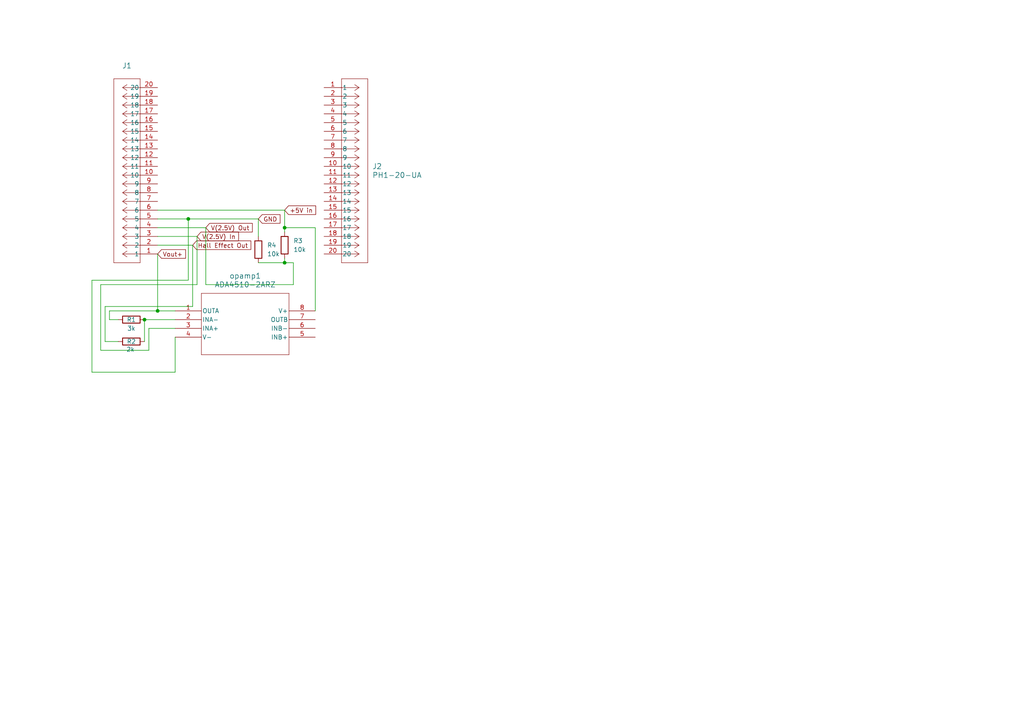
<source format=kicad_sch>
(kicad_sch (version 20250114) (generator "eeschema") (generator_version "9.0")
  (paper "A4")
  (lib_symbols
    (symbol "20 pins:PH1-20-UA" (pin_names (offset 0.254))
      (property "Reference" "J" (at 8.89 6.35 0))
      (property "Value" "PH1-20-UA" (at 0 0 0))
      (symbol "PH1-20-UA_1_1"
        (polyline (pts (xy 5.08 2.54) (xy 5.08 -50.8)) (stroke (width 0.127)))
        (polyline (pts (xy 5.08 -50.8) (xy 12.7 -50.8)) (stroke (width 0.127)))
        (polyline (pts (xy 10.16 0) (xy 5.08 0)) (stroke (width 0.127)))
        (polyline (pts (xy 10.16 0) (xy 8.89 0.8467)) (stroke (width 0.127)))
        (polyline (pts (xy 10.16 0) (xy 8.89 -0.8467)) (stroke (width 0.127)))
        (polyline (pts (xy 10.16 -2.54) (xy 5.08 -2.54)) (stroke (width 0.127)))
        (polyline (pts (xy 10.16 -2.54) (xy 8.89 -1.6933)) (stroke (width 0.127)))
        (polyline (pts (xy 10.16 -2.54) (xy 8.89 -3.3867)) (stroke (width 0.127)))
        (polyline (pts (xy 10.16 -5.08) (xy 5.08 -5.08)) (stroke (width 0.127)))
        (polyline (pts (xy 10.16 -5.08) (xy 8.89 -4.2333)) (stroke (width 0.127)))
        (polyline (pts (xy 10.16 -5.08) (xy 8.89 -5.9267)) (stroke (width 0.127)))
        (polyline (pts (xy 10.16 -7.62) (xy 5.08 -7.62)) (stroke (width 0.127)))
        (polyline (pts (xy 10.16 -7.62) (xy 8.89 -6.7733)) (stroke (width 0.127)))
        (polyline (pts (xy 10.16 -7.62) (xy 8.89 -8.4667)) (stroke (width 0.127)))
        (polyline (pts (xy 10.16 -10.16) (xy 5.08 -10.16)) (stroke (width 0.127)))
        (polyline (pts (xy 10.16 -10.16) (xy 8.89 -9.3133)) (stroke (width 0.127)))
        (polyline (pts (xy 10.16 -10.16) (xy 8.89 -11.0067)) (stroke (width 0.127)))
        (polyline (pts (xy 10.16 -12.7) (xy 5.08 -12.7)) (stroke (width 0.127)))
        (polyline (pts (xy 10.16 -12.7) (xy 8.89 -11.8533)) (stroke (width 0.127)))
        (polyline (pts (xy 10.16 -12.7) (xy 8.89 -13.5467)) (stroke (width 0.127)))
        (polyline (pts (xy 10.16 -15.24) (xy 5.08 -15.24)) (stroke (width 0.127)))
        (polyline (pts (xy 10.16 -15.24) (xy 8.89 -14.3933)) (stroke (width 0.127)))
        (polyline (pts (xy 10.16 -15.24) (xy 8.89 -16.0867)) (stroke (width 0.127)))
        (polyline (pts (xy 10.16 -17.78) (xy 5.08 -17.78)) (stroke (width 0.127)))
        (polyline (pts (xy 10.16 -17.78) (xy 8.89 -16.9333)) (stroke (width 0.127)))
        (polyline (pts (xy 10.16 -17.78) (xy 8.89 -18.6267)) (stroke (width 0.127)))
        (polyline (pts (xy 10.16 -20.32) (xy 5.08 -20.32)) (stroke (width 0.127)))
        (polyline (pts (xy 10.16 -20.32) (xy 8.89 -19.4733)) (stroke (width 0.127)))
        (polyline (pts (xy 10.16 -20.32) (xy 8.89 -21.1667)) (stroke (width 0.127)))
        (polyline (pts (xy 10.16 -22.86) (xy 5.08 -22.86)) (stroke (width 0.127)))
        (polyline (pts (xy 10.16 -22.86) (xy 8.89 -22.0133)) (stroke (width 0.127)))
        (polyline (pts (xy 10.16 -22.86) (xy 8.89 -23.7067)) (stroke (width 0.127)))
        (polyline (pts (xy 10.16 -25.4) (xy 5.08 -25.4)) (stroke (width 0.127)))
        (polyline (pts (xy 10.16 -25.4) (xy 8.89 -24.5533)) (stroke (width 0.127)))
        (polyline (pts (xy 10.16 -25.4) (xy 8.89 -26.2467)) (stroke (width 0.127)))
        (polyline (pts (xy 10.16 -27.94) (xy 5.08 -27.94)) (stroke (width 0.127)))
        (polyline (pts (xy 10.16 -27.94) (xy 8.89 -27.0933)) (stroke (width 0.127)))
        (polyline (pts (xy 10.16 -27.94) (xy 8.89 -28.7867)) (stroke (width 0.127)))
        (polyline (pts (xy 10.16 -30.48) (xy 5.08 -30.48)) (stroke (width 0.127)))
        (polyline (pts (xy 10.16 -30.48) (xy 8.89 -29.6333)) (stroke (width 0.127)))
        (polyline (pts (xy 10.16 -30.48) (xy 8.89 -31.3267)) (stroke (width 0.127)))
        (polyline (pts (xy 10.16 -33.02) (xy 5.08 -33.02)) (stroke (width 0.127)))
        (polyline (pts (xy 10.16 -33.02) (xy 8.89 -32.1733)) (stroke (width 0.127)))
        (polyline (pts (xy 10.16 -33.02) (xy 8.89 -33.8667)) (stroke (width 0.127)))
        (polyline (pts (xy 10.16 -35.56) (xy 5.08 -35.56)) (stroke (width 0.127)))
        (polyline (pts (xy 10.16 -35.56) (xy 8.89 -34.7133)) (stroke (width 0.127)))
        (polyline (pts (xy 10.16 -35.56) (xy 8.89 -36.4067)) (stroke (width 0.127)))
        (polyline (pts (xy 10.16 -38.1) (xy 5.08 -38.1)) (stroke (width 0.127)))
        (polyline (pts (xy 10.16 -38.1) (xy 8.89 -37.2533)) (stroke (width 0.127)))
        (polyline (pts (xy 10.16 -38.1) (xy 8.89 -38.9467)) (stroke (width 0.127)))
        (polyline (pts (xy 10.16 -40.64) (xy 5.08 -40.64)) (stroke (width 0.127)))
        (polyline (pts (xy 10.16 -40.64) (xy 8.89 -39.7933)) (stroke (width 0.127)))
        (polyline (pts (xy 10.16 -40.64) (xy 8.89 -41.4867)) (stroke (width 0.127)))
        (polyline (pts (xy 10.16 -43.18) (xy 5.08 -43.18)) (stroke (width 0.127)))
        (polyline (pts (xy 10.16 -43.18) (xy 8.89 -42.3333)) (stroke (width 0.127)))
        (polyline (pts (xy 10.16 -43.18) (xy 8.89 -44.0267)) (stroke (width 0.127)))
        (polyline (pts (xy 10.16 -45.72) (xy 5.08 -45.72)) (stroke (width 0.127)))
        (polyline (pts (xy 10.16 -45.72) (xy 8.89 -44.8733)) (stroke (width 0.127)))
        (polyline (pts (xy 10.16 -45.72) (xy 8.89 -46.5667)) (stroke (width 0.127)))
        (polyline (pts (xy 10.16 -48.26) (xy 5.08 -48.26)) (stroke (width 0.127)))
        (polyline (pts (xy 10.16 -48.26) (xy 8.89 -47.4133)) (stroke (width 0.127)))
        (polyline (pts (xy 10.16 -48.26) (xy 8.89 -49.1067)) (stroke (width 0.127)))
        (polyline (pts (xy 12.7 2.54) (xy 5.08 2.54)) (stroke (width 0.127)))
        (polyline (pts (xy 12.7 -50.8) (xy 12.7 2.54)) (stroke (width 0.127)))
        (pin unspecified line (at 0 0 0) (length 5.08) (name "1") (number "1"))
        (pin unspecified line (at 0 -2.54 0) (length 5.08) (name "2") (number "2"))
        (pin unspecified line (at 0 -5.08 0) (length 5.08) (name "3") (number "3"))
        (pin unspecified line (at 0 -7.62 0) (length 5.08) (name "4") (number "4"))
        (pin unspecified line (at 0 -10.16 0) (length 5.08) (name "5") (number "5"))
        (pin unspecified line (at 0 -12.7 0) (length 5.08) (name "6") (number "6"))
        (pin unspecified line (at 0 -15.24 0) (length 5.08) (name "7") (number "7"))
        (pin unspecified line (at 0 -17.78 0) (length 5.08) (name "8") (number "8"))
        (pin unspecified line (at 0 -20.32 0) (length 5.08) (name "9") (number "9"))
        (pin unspecified line (at 0 -22.86 0) (length 5.08) (name "10") (number "10"))
        (pin unspecified line (at 0 -25.4 0) (length 5.08) (name "11") (number "11"))
        (pin unspecified line (at 0 -27.94 0) (length 5.08) (name "12") (number "12"))
        (pin unspecified line (at 0 -30.48 0) (length 5.08) (name "13") (number "13"))
        (pin unspecified line (at 0 -33.02 0) (length 5.08) (name "14") (number "14"))
        (pin unspecified line (at 0 -35.56 0) (length 5.08) (name "15") (number "15"))
        (pin unspecified line (at 0 -38.1 0) (length 5.08) (name "16") (number "16"))
        (pin unspecified line (at 0 -40.64 0) (length 5.08) (name "17") (number "17"))
        (pin unspecified line (at 0 -43.18 0) (length 5.08) (name "18") (number "18"))
        (pin unspecified line (at 0 -45.72 0) (length 5.08) (name "19") (number "19"))
        (pin unspecified line (at 0 -48.26 0) (length 5.08) (name "20") (number "20"))
      )
      (symbol "PH1-20-UA_1_2"
        (polyline (pts (xy 5.08 2.54) (xy 5.08 -50.8)) (stroke (width 0.127)))
        (polyline (pts (xy 5.08 -50.8) (xy 12.7 -50.8)) (stroke (width 0.127)))
        (polyline (pts (xy 7.62 0) (xy 5.08 0)) (stroke (width 0.127)))
        (polyline (pts (xy 7.62 0) (xy 8.89 0.8467)) (stroke (width 0.127)))
        (polyline (pts (xy 7.62 0) (xy 8.89 -0.8467)) (stroke (width 0.127)))
        (polyline (pts (xy 7.62 -2.54) (xy 5.08 -2.54)) (stroke (width 0.127)))
        (polyline (pts (xy 7.62 -2.54) (xy 8.89 -1.6933)) (stroke (width 0.127)))
        (polyline (pts (xy 7.62 -2.54) (xy 8.89 -3.3867)) (stroke (width 0.127)))
        (polyline (pts (xy 7.62 -5.08) (xy 5.08 -5.08)) (stroke (width 0.127)))
        (polyline (pts (xy 7.62 -5.08) (xy 8.89 -4.2333)) (stroke (width 0.127)))
        (polyline (pts (xy 7.62 -5.08) (xy 8.89 -5.9267)) (stroke (width 0.127)))
        (polyline (pts (xy 7.62 -7.62) (xy 5.08 -7.62)) (stroke (width 0.127)))
        (polyline (pts (xy 7.62 -7.62) (xy 8.89 -6.7733)) (stroke (width 0.127)))
        (polyline (pts (xy 7.62 -7.62) (xy 8.89 -8.4667)) (stroke (width 0.127)))
        (polyline (pts (xy 7.62 -10.16) (xy 5.08 -10.16)) (stroke (width 0.127)))
        (polyline (pts (xy 7.62 -10.16) (xy 8.89 -9.3133)) (stroke (width 0.127)))
        (polyline (pts (xy 7.62 -10.16) (xy 8.89 -11.0067)) (stroke (width 0.127)))
        (polyline (pts (xy 7.62 -12.7) (xy 5.08 -12.7)) (stroke (width 0.127)))
        (polyline (pts (xy 7.62 -12.7) (xy 8.89 -11.8533)) (stroke (width 0.127)))
        (polyline (pts (xy 7.62 -12.7) (xy 8.89 -13.5467)) (stroke (width 0.127)))
        (polyline (pts (xy 7.62 -15.24) (xy 5.08 -15.24)) (stroke (width 0.127)))
        (polyline (pts (xy 7.62 -15.24) (xy 8.89 -14.3933)) (stroke (width 0.127)))
        (polyline (pts (xy 7.62 -15.24) (xy 8.89 -16.0867)) (stroke (width 0.127)))
        (polyline (pts (xy 7.62 -17.78) (xy 5.08 -17.78)) (stroke (width 0.127)))
        (polyline (pts (xy 7.62 -17.78) (xy 8.89 -16.9333)) (stroke (width 0.127)))
        (polyline (pts (xy 7.62 -17.78) (xy 8.89 -18.6267)) (stroke (width 0.127)))
        (polyline (pts (xy 7.62 -20.32) (xy 5.08 -20.32)) (stroke (width 0.127)))
        (polyline (pts (xy 7.62 -20.32) (xy 8.89 -19.4733)) (stroke (width 0.127)))
        (polyline (pts (xy 7.62 -20.32) (xy 8.89 -21.1667)) (stroke (width 0.127)))
        (polyline (pts (xy 7.62 -22.86) (xy 5.08 -22.86)) (stroke (width 0.127)))
        (polyline (pts (xy 7.62 -22.86) (xy 8.89 -22.0133)) (stroke (width 0.127)))
        (polyline (pts (xy 7.62 -22.86) (xy 8.89 -23.7067)) (stroke (width 0.127)))
        (polyline (pts (xy 7.62 -25.4) (xy 5.08 -25.4)) (stroke (width 0.127)))
        (polyline (pts (xy 7.62 -25.4) (xy 8.89 -24.5533)) (stroke (width 0.127)))
        (polyline (pts (xy 7.62 -25.4) (xy 8.89 -26.2467)) (stroke (width 0.127)))
        (polyline (pts (xy 7.62 -27.94) (xy 5.08 -27.94)) (stroke (width 0.127)))
        (polyline (pts (xy 7.62 -27.94) (xy 8.89 -27.0933)) (stroke (width 0.127)))
        (polyline (pts (xy 7.62 -27.94) (xy 8.89 -28.7867)) (stroke (width 0.127)))
        (polyline (pts (xy 7.62 -30.48) (xy 5.08 -30.48)) (stroke (width 0.127)))
        (polyline (pts (xy 7.62 -30.48) (xy 8.89 -29.6333)) (stroke (width 0.127)))
        (polyline (pts (xy 7.62 -30.48) (xy 8.89 -31.3267)) (stroke (width 0.127)))
        (polyline (pts (xy 7.62 -33.02) (xy 5.08 -33.02)) (stroke (width 0.127)))
        (polyline (pts (xy 7.62 -33.02) (xy 8.89 -32.1733)) (stroke (width 0.127)))
        (polyline (pts (xy 7.62 -33.02) (xy 8.89 -33.8667)) (stroke (width 0.127)))
        (polyline (pts (xy 7.62 -35.56) (xy 5.08 -35.56)) (stroke (width 0.127)))
        (polyline (pts (xy 7.62 -35.56) (xy 8.89 -34.7133)) (stroke (width 0.127)))
        (polyline (pts (xy 7.62 -35.56) (xy 8.89 -36.4067)) (stroke (width 0.127)))
        (polyline (pts (xy 7.62 -38.1) (xy 5.08 -38.1)) (stroke (width 0.127)))
        (polyline (pts (xy 7.62 -38.1) (xy 8.89 -37.2533)) (stroke (width 0.127)))
        (polyline (pts (xy 7.62 -38.1) (xy 8.89 -38.9467)) (stroke (width 0.127)))
        (polyline (pts (xy 7.62 -40.64) (xy 5.08 -40.64)) (stroke (width 0.127)))
        (polyline (pts (xy 7.62 -40.64) (xy 8.89 -39.7933)) (stroke (width 0.127)))
        (polyline (pts (xy 7.62 -40.64) (xy 8.89 -41.4867)) (stroke (width 0.127)))
        (polyline (pts (xy 7.62 -43.18) (xy 5.08 -43.18)) (stroke (width 0.127)))
        (polyline (pts (xy 7.62 -43.18) (xy 8.89 -42.3333)) (stroke (width 0.127)))
        (polyline (pts (xy 7.62 -43.18) (xy 8.89 -44.0267)) (stroke (width 0.127)))
        (polyline (pts (xy 7.62 -45.72) (xy 5.08 -45.72)) (stroke (width 0.127)))
        (polyline (pts (xy 7.62 -45.72) (xy 8.89 -44.8733)) (stroke (width 0.127)))
        (polyline (pts (xy 7.62 -45.72) (xy 8.89 -46.5667)) (stroke (width 0.127)))
        (polyline (pts (xy 7.62 -48.26) (xy 5.08 -48.26)) (stroke (width 0.127)))
        (polyline (pts (xy 7.62 -48.26) (xy 8.89 -47.4133)) (stroke (width 0.127)))
        (polyline (pts (xy 7.62 -48.26) (xy 8.89 -49.1067)) (stroke (width 0.127)))
        (polyline (pts (xy 12.7 2.54) (xy 5.08 2.54)) (stroke (width 0.127)))
        (polyline (pts (xy 12.7 -50.8) (xy 12.7 2.54)) (stroke (width 0.127)))
        (pin unspecified line (at 0 0 0) (length 5.08) (name "1") (number "1"))
        (pin unspecified line (at 0 -2.54 0) (length 5.08) (name "2") (number "2"))
        (pin unspecified line (at 0 -5.08 0) (length 5.08) (name "3") (number "3"))
        (pin unspecified line (at 0 -7.62 0) (length 5.08) (name "4") (number "4"))
        (pin unspecified line (at 0 -10.16 0) (length 5.08) (name "5") (number "5"))
        (pin unspecified line (at 0 -12.7 0) (length 5.08) (name "6") (number "6"))
        (pin unspecified line (at 0 -15.24 0) (length 5.08) (name "7") (number "7"))
        (pin unspecified line (at 0 -17.78 0) (length 5.08) (name "8") (number "8"))
        (pin unspecified line (at 0 -20.32 0) (length 5.08) (name "9") (number "9"))
        (pin unspecified line (at 0 -22.86 0) (length 5.08) (name "10") (number "10"))
        (pin unspecified line (at 0 -25.4 0) (length 5.08) (name "11") (number "11"))
        (pin unspecified line (at 0 -27.94 0) (length 5.08) (name "12") (number "12"))
        (pin unspecified line (at 0 -30.48 0) (length 5.08) (name "13") (number "13"))
        (pin unspecified line (at 0 -33.02 0) (length 5.08) (name "14") (number "14"))
        (pin unspecified line (at 0 -35.56 0) (length 5.08) (name "15") (number "15"))
        (pin unspecified line (at 0 -38.1 0) (length 5.08) (name "16") (number "16"))
        (pin unspecified line (at 0 -40.64 0) (length 5.08) (name "17") (number "17"))
        (pin unspecified line (at 0 -43.18 0) (length 5.08) (name "18") (number "18"))
        (pin unspecified line (at 0 -45.72 0) (length 5.08) (name "19") (number "19"))
        (pin unspecified line (at 0 -48.26 0) (length 5.08) (name "20") (number "20"))
      )
    )
    (symbol "Device:R" (pin_numbers (hide yes)) (pin_names (offset 0))
      (property "Reference" "R" (at 2.032 0 90))
      (property "Value" "R" (at 0 0 90))
      (symbol "R_0_1"
        (rectangle (start -1.016 -2.54) (end 1.016 2.54) (stroke (width 0.254)))
      )
      (symbol "R_1_1"
        (pin passive line (at 0 3.81 270) (length 1.27) (name "~") (number "1"))
        (pin passive line (at 0 -3.81 90) (length 1.27) (name "~") (number "2"))
      )
    )
    (symbol "Project-Syms:ADA4510-2ARZ" (pin_names (offset 0.254))
      (property "Reference" "U" (at 20.32 10.16 0))
      (property "Value" "ADA4510-2ARZ" (at 20.32 7.62 0))
      (symbol "ADA4510-2ARZ_0_1"
        (polyline (pts (xy 7.62 5.08) (xy 7.62 -12.7)) (stroke (width 0.127)))
        (polyline (pts (xy 7.62 -12.7) (xy 33.02 -12.7)) (stroke (width 0.127)))
        (polyline (pts (xy 33.02 5.08) (xy 7.62 5.08)) (stroke (width 0.127)))
        (polyline (pts (xy 33.02 -12.7) (xy 33.02 5.08)) (stroke (width 0.127)))
        (pin output line (at 0 0 0) (length 7.62) (name "OUTA") (number "1"))
        (pin input line (at 0 -2.54 0) (length 7.62) (name "INA-") (number "2"))
        (pin input line (at 0 -5.08 0) (length 7.62) (name "INA+") (number "3"))
        (pin power_in line (at 0 -7.62 0) (length 7.62) (name "V-") (number "4"))
        (pin power_in line (at 40.64 0 180) (length 7.62) (name "V+") (number "8"))
        (pin output line (at 40.64 -2.54 180) (length 7.62) (name "OUTB") (number "7"))
        (pin input line (at 40.64 -5.08 180) (length 7.62) (name "INB-") (number "6"))
        (pin input line (at 40.64 -7.62 180) (length 7.62) (name "INB+") (number "5"))
      )
    )
  )
  (junction (at 45.72 90.17))
  (junction (at 54.61 63.5))
  (junction (at 41.91 92.71))
  (junction (at 82.55 76.2))
  (junction (at 82.55 66.04))
  (wire (pts (xy 50.8 97.79) (xy 50.8 107.95)))
  (wire (pts (xy 57.15 82.55) (xy 29.21 82.55)))
  (wire (pts (xy 54.61 81.28) (xy 26.67 81.28)))
  (wire (pts (xy 82.55 66.04) (xy 82.55 67.31)))
  (wire (pts (xy 45.72 73.66) (xy 45.72 90.17)))
  (wire (pts (xy 30.48 88.9) (xy 55.88 88.9)))
  (wire (pts (xy 82.55 76.2) (xy 85.09 76.2)))
  (wire (pts (xy 85.09 82.55) (xy 59.69 82.55)))
  (wire (pts (xy 55.88 71.12) (xy 45.72 71.12)))
  (wire (pts (xy 45.72 63.5) (xy 54.61 63.5)))
  (wire (pts (xy 91.44 66.04) (xy 91.44 90.17)))
  (wire (pts (xy 43.18 95.25) (xy 50.8 95.25)))
  (wire (pts (xy 43.18 101.6) (xy 29.21 101.6)))
  (wire (pts (xy 82.55 60.96) (xy 82.55 66.04)))
  (wire (pts (xy 45.72 90.17) (xy 50.8 90.17)))
  (wire (pts (xy 31.75 92.71) (xy 34.29 92.71)))
  (wire (pts (xy 85.09 76.2) (xy 85.09 82.55)))
  (wire (pts (xy 26.67 81.28) (xy 26.67 107.95)))
  (wire (pts (xy 54.61 63.5) (xy 54.61 81.28)))
  (wire (pts (xy 43.18 95.25) (xy 43.18 101.6)))
  (wire (pts (xy 45.72 66.04) (xy 59.69 66.04)))
  (wire (pts (xy 54.61 63.5) (xy 74.93 63.5)))
  (wire (pts (xy 45.72 60.96) (xy 82.55 60.96)))
  (wire (pts (xy 74.93 63.5) (xy 74.93 68.58)))
  (wire (pts (xy 41.91 92.71) (xy 50.8 92.71)))
  (wire (pts (xy 29.21 82.55) (xy 29.21 101.6)))
  (wire (pts (xy 30.48 99.06) (xy 30.48 88.9)))
  (wire (pts (xy 57.15 68.58) (xy 45.72 68.58)))
  (wire (pts (xy 34.29 99.06) (xy 30.48 99.06)))
  (wire (pts (xy 26.67 107.95) (xy 50.8 107.95)))
  (wire (pts (xy 41.91 92.71) (xy 41.91 99.06)))
  (wire (pts (xy 57.15 82.55) (xy 57.15 68.58)))
  (wire (pts (xy 82.55 66.04) (xy 91.44 66.04)))
  (wire (pts (xy 82.55 76.2) (xy 82.55 74.93)))
  (wire (pts (xy 59.69 82.55) (xy 59.69 66.04)))
  (wire (pts (xy 55.88 71.12) (xy 55.88 88.9)))
  (wire (pts (xy 31.75 90.17) (xy 31.75 92.71)))
  (wire (pts (xy 31.75 90.17) (xy 45.72 90.17)))
  (wire (pts (xy 74.93 76.2) (xy 82.55 76.2)))
  (global_label "GND" (shape input) (at 74.93 63.5 0) (property "Intersheetrefs" "${INTERSHEET_REFS}" (effects (hide yes))))
  (global_label "Hall Effect Out" (shape input) (at 55.88 71.12 0) (property "Intersheetrefs" "${INTERSHEET_REFS}" (effects (hide yes))))
  (global_label "+5V in" (shape input) (at 82.55 60.96 0) (property "Intersheetrefs" "${INTERSHEET_REFS}" (effects (hide yes))))
  (global_label "V(2.5V) Out" (shape input) (at 59.69 66.04 0) (property "Intersheetrefs" "${INTERSHEET_REFS}" (effects (hide yes))))
  (global_label "Vout+" (shape input) (at 45.72 73.66 0) (property "Intersheetrefs" "${INTERSHEET_REFS}" (effects (hide yes))))
  (global_label "V(2.5V) In" (shape input) (at 57.15 68.58 0) (property "Intersheetrefs" "${INTERSHEET_REFS}" (effects (hide yes))))
  (symbol (lib_id "20 pins:PH1-20-UA") (at 45.72 73.66 180) (unit 1)
    (property "Reference" "J1" (at 36.83 19.05 0) (effects (font (size 1.524 1.524))))
    (property "Value" "PH1-20-UA" (effects (hide yes)))
    (property "Footprint" "Connector_PinHeader_2.54mm:PinHeader_1x20_P2.54mm_Vertical" (effects (hide yes)))
    (property "Datasheet" "https://app.adam-tech.com/products/download/data_sheet/201605/ph1-xx-ua-data-sheet.pdf" (effects (hide yes)))
  )
  (symbol (lib_id "Device:R") (at 38.1 92.71 90) (unit 1)
    (property "Reference" "R1" (at 38.1 92.71 90))
    (property "Value" "3k" (at 38.1 95.25 90))
    (property "Footprint" "Resistor_THT:R_Axial_DIN0207_L6.3mm_D2.5mm_P10.16mm_Horizontal" (effects (hide yes)))
    (property "Description" "Resistor" (effects (hide yes)))
  )
  (symbol (lib_id "Device:R") (at 82.55 71.12 180) (unit 1)
    (property "Reference" "R3" (at 85.09 69.8499 0) (effects (justify right)))
    (property "Value" "10k" (at 85.09 72.3899 0) (effects (justify right)))
    (property "Footprint" "Resistor_THT:R_Axial_DIN0207_L6.3mm_D2.5mm_P10.16mm_Horizontal" (effects (hide yes)))
    (property "Description" "Resistor" (effects (hide yes)))
  )
  (symbol (lib_id "20 pins:PH1-20-UA") (at 93.98 25.4 0) (unit 1)
    (property "Reference" "J2" (at 107.95 48.2599 0) (effects (font (size 1.524 1.524)) (justify left)))
    (property "Value" "PH1-20-UA" (at 107.95 50.7999 0) (effects (font (size 1.524 1.524)) (justify left)))
    (property "Footprint" "Connector_PinHeader_2.54mm:PinHeader_1x20_P2.54mm_Vertical" (effects (hide yes)))
    (property "Datasheet" "https://app.adam-tech.com/products/download/data_sheet/201605/ph1-xx-ua-data-sheet.pdf" (effects (hide yes)))
  )
  (symbol (lib_id "Device:R") (at 38.1 99.06 90) (unit 1)
    (property "Reference" "R2" (at 38.1 99.06 90))
    (property "Value" "2k" (at 37.846 101.346 90))
    (property "Footprint" "Resistor_THT:R_Axial_DIN0207_L6.3mm_D2.5mm_P10.16mm_Horizontal" (effects (hide yes)))
    (property "Description" "Resistor" (effects (hide yes)))
  )
  (symbol (lib_id "Device:R") (at 74.93 72.39 0) (unit 1)
    (property "Reference" "R4" (at 77.47 71.1199 0) (effects (justify left)))
    (property "Value" "10k" (at 77.47 73.6599 0) (effects (justify left)))
    (property "Footprint" "Resistor_THT:R_Axial_DIN0207_L6.3mm_D2.5mm_P10.16mm_Horizontal" (effects (hide yes)))
    (property "Description" "Resistor" (effects (hide yes)))
  )
  (symbol (lib_id "Project-Syms:ADA4510-2ARZ") (at 50.8 90.17 0) (unit 1)
    (property "Reference" "opamp1" (at 71.12 80.01 0) (effects (font (size 1.524 1.524))))
    (property "Value" "ADA4510-2ARZ" (at 71.12 82.55 0) (effects (font (size 1.524 1.524))))
    (property "Footprint" "R-8_ADI" (effects (hide yes)))
    (property "Datasheet" "ADA4510-2ARZ" (effects (hide yes)))
  )
)
</source>
